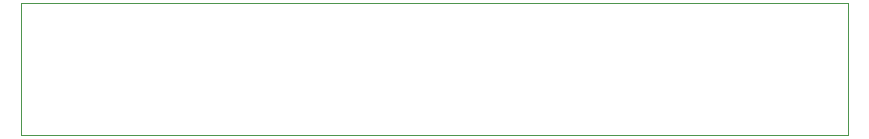
<source format=gbr>
%TF.GenerationSoftware,KiCad,Pcbnew,6.0.0*%
%TF.CreationDate,2022-01-04T22:00:27+01:00*%
%TF.ProjectId,mini_light,6d696e69-5f6c-4696-9768-742e6b696361,v1.1*%
%TF.SameCoordinates,Original*%
%TF.FileFunction,Profile,NP*%
%FSLAX46Y46*%
G04 Gerber Fmt 4.6, Leading zero omitted, Abs format (unit mm)*
G04 Created by KiCad (PCBNEW 6.0.0) date 2022-01-04 22:00:27*
%MOMM*%
%LPD*%
G01*
G04 APERTURE LIST*
%TA.AperFunction,Profile*%
%ADD10C,0.050000*%
%TD*%
G04 APERTURE END LIST*
D10*
X155100000Y-94400000D02*
X155100000Y-105600000D01*
X85100000Y-105600000D02*
X85100000Y-94400000D01*
X155100000Y-105600000D02*
X85100000Y-105600000D01*
X155100000Y-94400000D02*
X85100000Y-94400000D01*
M02*

</source>
